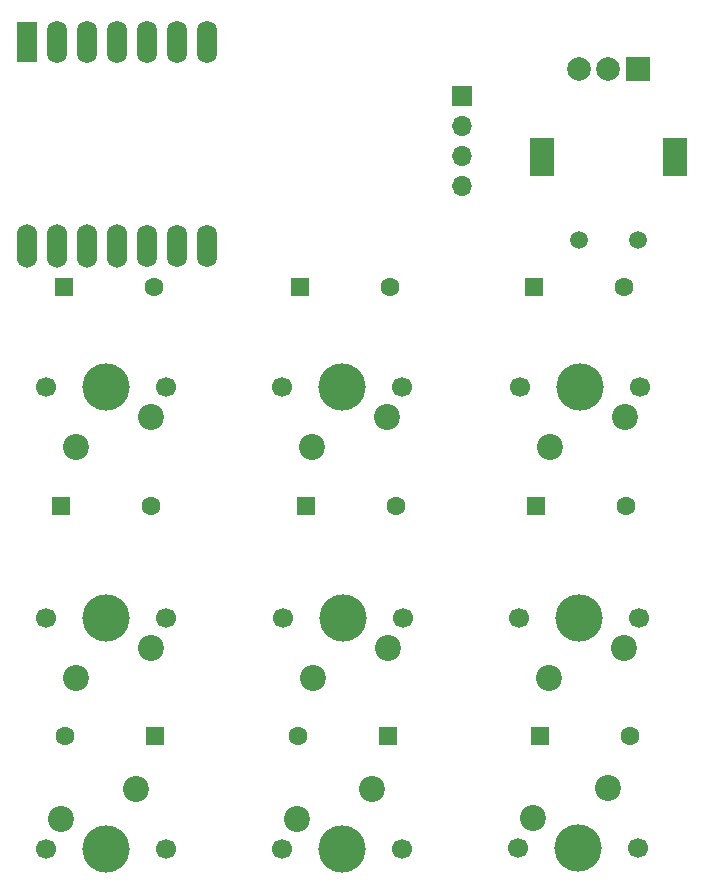
<source format=gbr>
%TF.GenerationSoftware,KiCad,Pcbnew,9.0.7*%
%TF.CreationDate,2026-02-17T23:39:54+08:00*%
%TF.ProjectId,MacroPad,4d616372-6f50-4616-942e-6b696361645f,rev?*%
%TF.SameCoordinates,Original*%
%TF.FileFunction,Soldermask,Bot*%
%TF.FilePolarity,Negative*%
%FSLAX46Y46*%
G04 Gerber Fmt 4.6, Leading zero omitted, Abs format (unit mm)*
G04 Created by KiCad (PCBNEW 9.0.7) date 2026-02-17 23:39:54*
%MOMM*%
%LPD*%
G01*
G04 APERTURE LIST*
G04 Aperture macros list*
%AMRoundRect*
0 Rectangle with rounded corners*
0 $1 Rounding radius*
0 $2 $3 $4 $5 $6 $7 $8 $9 X,Y pos of 4 corners*
0 Add a 4 corners polygon primitive as box body*
4,1,4,$2,$3,$4,$5,$6,$7,$8,$9,$2,$3,0*
0 Add four circle primitives for the rounded corners*
1,1,$1+$1,$2,$3*
1,1,$1+$1,$4,$5*
1,1,$1+$1,$6,$7*
1,1,$1+$1,$8,$9*
0 Add four rect primitives between the rounded corners*
20,1,$1+$1,$2,$3,$4,$5,0*
20,1,$1+$1,$4,$5,$6,$7,0*
20,1,$1+$1,$6,$7,$8,$9,0*
20,1,$1+$1,$8,$9,$2,$3,0*%
G04 Aperture macros list end*
%ADD10C,1.700000*%
%ADD11C,4.000000*%
%ADD12C,2.200000*%
%ADD13C,1.500000*%
%ADD14R,2.000000X2.000000*%
%ADD15C,2.000000*%
%ADD16R,2.000000X3.200000*%
%ADD17R,1.700000X1.700000*%
%ADD18O,1.700000X1.700000*%
%ADD19RoundRect,0.250000X-0.550000X-0.550000X0.550000X-0.550000X0.550000X0.550000X-0.550000X0.550000X0*%
%ADD20C,1.600000*%
%ADD21RoundRect,0.250000X0.550000X0.550000X-0.550000X0.550000X-0.550000X-0.550000X0.550000X-0.550000X0*%
%ADD22R,1.700000X3.500000*%
%ADD23O,1.700000X3.600000*%
%ADD24O,1.700000X3.700000*%
G04 APERTURE END LIST*
D10*
%TO.C,SW6*%
X119500000Y-75500000D03*
D11*
X114420000Y-75500000D03*
D10*
X109340000Y-75500000D03*
D12*
X111880000Y-80580000D03*
X118230000Y-78040000D03*
%TD*%
D13*
%TO.C,SW9*%
X139500000Y-63000000D03*
X134500000Y-63000000D03*
D14*
X139500000Y-48500000D03*
D15*
X134500000Y-48500000D03*
X137000000Y-48500000D03*
D16*
X142600000Y-56000000D03*
X131400000Y-56000000D03*
%TD*%
D10*
%TO.C,SW3*%
X119580000Y-95000000D03*
D11*
X114500000Y-95000000D03*
D10*
X109420000Y-95000000D03*
D12*
X111960000Y-100080000D03*
X118310000Y-97540000D03*
%TD*%
D10*
%TO.C,SW1*%
X139580000Y-95000000D03*
D11*
X134500000Y-95000000D03*
D10*
X129420000Y-95000000D03*
D12*
X131960000Y-100080000D03*
X138310000Y-97540000D03*
%TD*%
D10*
%TO.C,SW7*%
X99580000Y-75500000D03*
D11*
X94500000Y-75500000D03*
D10*
X89420000Y-75500000D03*
D12*
X91960000Y-80580000D03*
X98310000Y-78040000D03*
%TD*%
D10*
%TO.C,SW2*%
X139660000Y-75500000D03*
D11*
X134580000Y-75500000D03*
D10*
X129500000Y-75500000D03*
D12*
X132040000Y-80580000D03*
X138390000Y-78040000D03*
%TD*%
D10*
%TO.C,SW10*%
X89380000Y-114580000D03*
D11*
X94460000Y-114580000D03*
D10*
X99540000Y-114580000D03*
D12*
X97000000Y-109500000D03*
X90650000Y-112040000D03*
%TD*%
D10*
%TO.C,SW8*%
X109380000Y-114580000D03*
D11*
X114460000Y-114580000D03*
D10*
X119540000Y-114580000D03*
D12*
X117000000Y-109500000D03*
X110650000Y-112040000D03*
%TD*%
D10*
%TO.C,SW4*%
X129340000Y-114500000D03*
D11*
X134420000Y-114500000D03*
D10*
X139500000Y-114500000D03*
D12*
X136960000Y-109420000D03*
X130610000Y-111960000D03*
%TD*%
D17*
%TO.C,Brd1*%
X124615000Y-50805000D03*
D18*
X124615000Y-53345000D03*
X124615000Y-55885000D03*
X124615000Y-58425000D03*
%TD*%
D10*
%TO.C,SW5*%
X99580000Y-95000000D03*
D11*
X94500000Y-95000000D03*
D10*
X89420000Y-95000000D03*
D12*
X91960000Y-100080000D03*
X98310000Y-97540000D03*
%TD*%
D19*
%TO.C,D7*%
X110880000Y-67000000D03*
D20*
X118500000Y-67000000D03*
%TD*%
D19*
%TO.C,D3*%
X111380000Y-85500000D03*
D20*
X119000000Y-85500000D03*
%TD*%
D21*
%TO.C,D8*%
X118310000Y-105000000D03*
D20*
X110690000Y-105000000D03*
%TD*%
D21*
%TO.C,D9*%
X98620000Y-105000000D03*
D20*
X91000000Y-105000000D03*
%TD*%
D19*
%TO.C,D5*%
X90690000Y-85500000D03*
D20*
X98310000Y-85500000D03*
%TD*%
D19*
%TO.C,D4*%
X131190000Y-105000000D03*
D20*
X138810000Y-105000000D03*
%TD*%
D19*
%TO.C,D1*%
X130880000Y-85500000D03*
D20*
X138500000Y-85500000D03*
%TD*%
D19*
%TO.C,D2*%
X130690000Y-67000000D03*
D20*
X138310000Y-67000000D03*
%TD*%
D22*
%TO.C,U1*%
X87760000Y-46250000D03*
D23*
X90300000Y-46250000D03*
X92840000Y-46250000D03*
X95380000Y-46250000D03*
X97920000Y-46250000D03*
X100460000Y-46250000D03*
X103000000Y-46250000D03*
X103000000Y-63500000D03*
X100460000Y-63500000D03*
X97920000Y-63500000D03*
D24*
X95380000Y-63500000D03*
X92840000Y-63500000D03*
X90300000Y-63500000D03*
X87760000Y-63500000D03*
%TD*%
D19*
%TO.C,D6*%
X90880000Y-67000000D03*
D20*
X98500000Y-67000000D03*
%TD*%
M02*

</source>
